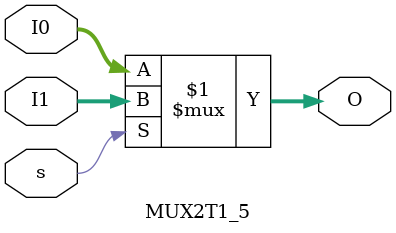
<source format=v>
`timescale 1ns / 1ps


module MUX2T1_5(
    input[4:0]I0,
    input[4:0]I1,
    input s,
    output[4:0]O
    );
    
    assign O = s?I1:I0;
endmodule

</source>
